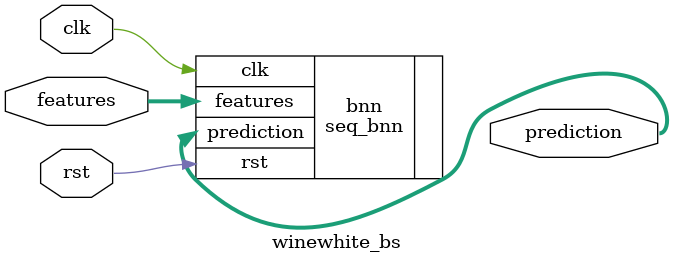
<source format=v>













module winewhite_bs #(

parameter FEAT_CNT = 11,
parameter HIDDEN_CNT = 40,
parameter FEAT_BITS = 4,
parameter CLASS_CNT = 7,
parameter TEST_CNT = 1000


  ) (
  input clk,
  input rst,
  input [FEAT_CNT*FEAT_BITS-1:0] features,
  output [$clog2(CLASS_CNT)-1:0] prediction
  );

  localparam Weights0 = 440'b01011011001001010110011000111111100001101110011110111101111010000011000010100110111100010000110010110011100101010111010001001000111000101011010101001110010111011110101100111011111000110011011010110110011111001000001111001101001001101000010110100001111111101110001001001000111100001010010111011000101010001111011111100101110010110001011100100001001001110010100011000000000001001011010100011010101110001001110001001010111111100000111001011000 ;
  localparam Weights1 = 280'b0110101101111010110110010101001100000000111001110111011111111000110100011011000011101011011100101111000011010111101100001100101101000010001100000101011110110000111010110111001011111000110101111101100011101011011100101111110011000111101100011110001101010011010011001100000001110011 ;

  seq_bnn #(.FEAT_CNT(FEAT_CNT),.FEAT_BITS(FEAT_BITS),.HIDDEN_CNT(HIDDEN_CNT),.CLASS_CNT(CLASS_CNT),.Weights0(Weights0),.Weights1(Weights1)) bnn (
    .clk(clk),
    .rst(rst),
    .features(features),
    .prediction(prediction)
  );

endmodule

</source>
